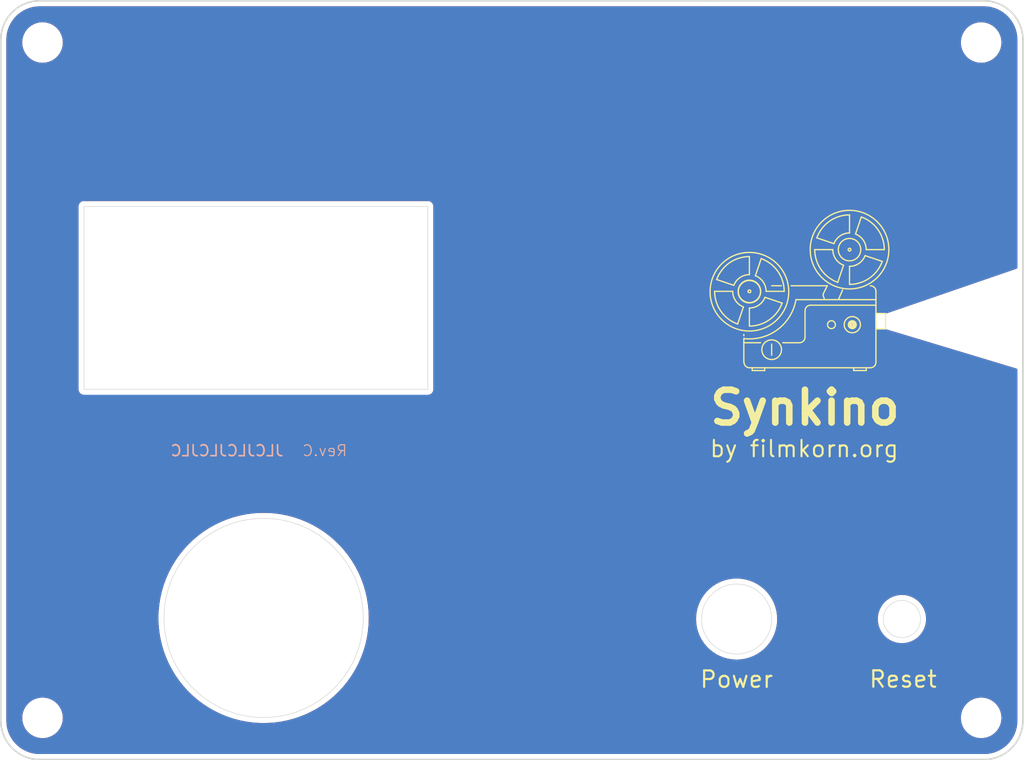
<source format=kicad_pcb>
(kicad_pcb (version 20240108) (generator "pcbnew") (generator_version "8.0")
  (layers (0 "F.Cu" signal) (31 "B.Cu" signal) (34 "B.Paste" user) (35 "F.Paste" user) (36 "B.SilkS" user "B.Silkscreen") (37 "F.SilkS" user "F.Silkscreen") (38 "B.Mask" user) (39 "F.Mask" user) (44 "Edge.Cuts" user))
  (net 0 "")
  (footprint "MountingHole:MountingHole_3.2mm_M3" (layer "F.Cu") (at 109.71 61.41)
    (property "Reference" "REFe" (hide yes))
    (property "Value" "MountingHole_3.2mm_M3" (hide yes))
    (pad "" np_thru_hole circle (at 0 0) (size 3.2 3.2) (drill 3.2) (layers "F&B.Cu" "*.Mask"))
  )
  (footprint "MountingHole:MountingHole_3.2mm_M3" (layer "F.Cu") (at 195.435 123.132)
    (property "Reference" "REFe" (hide yes))
    (property "Value" "MountingHole_3.2mm_M3" (hide yes))
    (pad "" np_thru_hole circle (at 0 0) (size 3.2 3.2) (drill 3.2) (layers "F&B.Cu" "*.Mask"))
  )
  (footprint "MountingHole:MountingHole_3.2mm_M3" (layer "F.Cu") (at 195.435 61.41)
    (property "Reference" "REFe" (hide yes))
    (property "Value" "MountingHole_3.2mm_M3" (hide yes))
    (pad "" np_thru_hole circle (at 0 0) (size 3.2 3.2) (drill 3.2) (layers "F&B.Cu" "*.Mask"))
  )
  (footprint "MountingHole:MountingHole_3.2mm_M3" (layer "F.Cu") (at 109.71 123.132)
    (property "Reference" "REFe" (hide yes))
    (property "Value" "MountingHole_3.2mm_M3" (hide yes))
    (pad "" np_thru_hole circle (at 0 0) (size 3.2 3.2) (drill 3.2) (layers "F&B.Cu" "*.Mask"))
  )
  (gr_line (start 177.18979 83.64179) (end 176.30079 83.64179) (stroke (width 0.12)) (layer "F.SilkS"))
  (gr_line (start 175.691209 84.696874) (end 177.256108 85.225224) (stroke (width 0.12)) (layer "F.SilkS"))
  (gr_arc (start 175.344224 81.162472) (mid 176.866398 82.324122) (end 177.44379 84.14979) (stroke (width 0.12)) (layer "F.SilkS"))
  (gr_line (start 171.09379 84.14979) (end 172.74479 84.14979) (stroke (width 0.12)) (layer "F.SilkS"))
  (gr_line (start 175.344224 81.162472) (end 174.815874 82.727371) (stroke (width 0.12)) (layer "F.SilkS"))
  (gr_line (start 186.7 86.18179) (end 186.7 87.57879) (stroke (width 0.12)) (layer "F.SilkS"))
  (gr_line (start 173.721706 85.572209) (end 173.193356 87.137108) (stroke (width 0.12)) (layer "F.SilkS"))
  (gr_line (start 182.865706 81.762209) (end 182.337356 83.327108) (stroke (width 0.12)) (layer "F.SilkS"))
  (gr_arc (start 173.721706 85.572209) (mid 173.012539 85.012582) (end 172.74479 84.14979) (stroke (width 0.12)) (layer "F.SilkS"))
  (gr_line (start 176.30079 88.97579) (end 176.30079 89.99179) (stroke (width 0.12)) (layer "F.SilkS"))
  (gr_arc (start 177.256108 85.225224) (mid 176.094458 86.747398) (end 174.26879 87.32479) (stroke (width 0.12)) (layer "F.SilkS"))
  (gr_line (start 174.26879 80.97479) (end 174.26879 82.62579) (stroke (width 0.12)) (layer "F.SilkS"))
  (gr_circle (center 174.26879 84.14979) (end 174.77679 85.03879) (stroke (width 0.12)) (fill none) (layer "F.SilkS"))
  (gr_line (start 181.38079 83.64179) (end 180.99979 84.40379) (stroke (width 0.12)) (layer "F.SilkS"))
  (gr_line (start 175.66579 91.38879) (end 174.52279 91.38879) (stroke (width 0.12)) (layer "F.SilkS"))
  (gr_arc (start 184.488224 77.352472) (mid 186.010398 78.514122) (end 186.58779 80.33979) (stroke (width 0.12)) (layer "F.SilkS"))
  (gr_arc (start 179.34879 85.92779) (mid 179.49758 85.56858) (end 179.85679 85.41979) (stroke (width 0.12)) (layer "F.SilkS"))
  (gr_line (start 175.28479 88.84879) (end 173.76079 88.84879) (stroke (width 0.12)) (layer "F.SilkS"))
  (gr_circle (center 183.66679 87.19779) (end 184.04779 87.83279) (stroke (width 0.12)) (fill none) (layer "F.SilkS"))
  (gr_line (start 179.34879 85.92779) (end 179.34879 88.34079) (stroke (width 0.12)) (layer "F.SilkS"))
  (gr_line (start 184.835209 80.886874) (end 186.400108 81.415224) (stroke (width 0.12)) (layer "F.SilkS"))
  (gr_line (start 185.82579 85.41979) (end 179.85679 85.41979) (stroke (width 0.12)) (layer "F.SilkS"))
  (gr_line (start 178.84079 88.84879) (end 177.31679 88.84879) (stroke (width 0.12)) (layer "F.SilkS"))
  (gr_arc (start 183.959874 78.917371) (mid 184.669041 79.476998) (end 184.93679 80.33979) (stroke (width 0.12)) (layer "F.SilkS"))
  (gr_arc (start 181.990371 79.792706) (mid 182.549998 79.083539) (end 183.41279 78.81579) (stroke (width 0.12)) (layer "F.SilkS"))
  (gr_circle (center 174.26879 84.14979) (end 174.39579 84.14979) (stroke (width 0.12)) (fill none) (layer "F.SilkS"))
  (gr_line (start 184.488224 77.352472) (end 183.959874 78.917371) (stroke (width 0.12)) (layer "F.SilkS"))
  (gr_line (start 175.79279 84.14979) (end 177.44379 84.14979) (stroke (width 0.12)) (layer "F.SilkS"))
  (gr_line (start 185.82579 84.91179) (end 178.58679 84.91179) (stroke (width 0.12)) (layer "F.SilkS"))
  (gr_arc (start 175.691209 84.696874) (mid 175.131582 85.406041) (end 174.26879 85.67379) (stroke (width 0.12)) (layer "F.SilkS"))
  (gr_line (start 180.23779 80.33979) (end 181.88879 80.33979) (stroke (width 0.12)) (layer "F.SilkS"))
  (gr_circle (center 183.66679 87.19779) (end 183.79379 87.32479) (stroke (width 0.12)) (fill none) (layer "F.SilkS"))
  (gr_line (start 183.41279 77.16479) (end 183.41279 78.81579) (stroke (width 0.12)) (layer "F.SilkS"))
  (gr_line (start 180.425472 79.264356) (end 181.990371 79.792706) (stroke (width 0.12)) (layer "F.SilkS"))
  (gr_line (start 184.93679 91.38879) (end 183.79379 91.38879) (stroke (width 0.12)) (layer "F.SilkS"))
  (gr_arc (start 179.34879 88.34079) (mid 179.2 88.7) (end 178.84079 88.84879) (stroke (width 0.12)) (layer "F.SilkS"))
  (gr_arc (start 186.400108 81.415224) (mid 185.238458 82.937398) (end 183.41279 83.51479) (stroke (width 0.12)) (layer "F.SilkS"))
  (gr_arc (start 185.82579 90.62679) (mid 185.677 90.986) (end 185.31779 91.13479) (stroke (width 0.12)) (layer "F.SilkS"))
  (gr_arc (start 184.835209 80.886874) (mid 184.275582 81.596041) (end 183.41279 81.86379) (stroke (width 0.12)) (layer "F.SilkS"))
  (gr_line (start 184.93679 80.33979) (end 186.58779 80.33979) (stroke (width 0.12)) (layer "F.SilkS"))
  (gr_line (start 175.66579 91.13479) (end 175.66579 91.38879) (stroke (width 0.12)) (layer "F.SilkS"))
  (gr_circle (center 183.41279 80.33979) (end 183.92079 81.22879) (stroke (width 0.12)) (fill none) (layer "F.SilkS"))
  (gr_line (start 183.79379 91.38879) (end 183.79379 91.13479) (stroke (width 0.12)) (layer "F.SilkS"))
  (gr_arc (start 181.10838 84.795836) (mid 181.027439 84.607194) (end 180.99979 84.40379) (stroke (width 0.12)) (layer "F.SilkS"))
  (gr_line (start 185.82579 84.14979) (end 185.82579 90.62679) (stroke (width 0.12)) (layer "F.SilkS"))
  (gr_line (start 183.66679 87.19779) (end 183.66679 87.19779) (stroke (width 0.12)) (layer "F.SilkS"))
  (gr_line (start 178.07879 83.64179) (end 181.38079 83.64179) (stroke (width 0.12)) (layer "F.SilkS"))
  (gr_line (start 173.76079 88.21379) (end 173.76079 88.08679) (stroke (width 0.12)) (layer "F.SilkS"))
  (gr_arc (start 174.815874 82.727371) (mid 175.525041 83.286998) (end 175.79279 84.14979) (stroke (width 0.12)) (layer "F.SilkS"))
  (gr_circle (center 183.41279 80.33979) (end 185.95279 82.87979) (stroke (width 0.12)) (fill none) (layer "F.SilkS"))
  (gr_circle (center 183.66679 87.19779) (end 183.92079 87.45179) (stroke (width 0.12)) (fill none) (layer "F.SilkS"))
  (gr_arc (start 185.31779 83.64179) (mid 185.677 83.79058) (end 185.82579 84.14979) (stroke (width 0.12)) (layer "F.SilkS"))
  (gr_line (start 186.7 87.57879) (end 185.82579 87.57879) (stroke (width 0.12)) (layer "F.SilkS"))
  (gr_arc (start 178.520185 84.905861) (mid 176.852408 87.638083) (end 173.76079 88.46779) (stroke (width 0.12)) (layer "F.SilkS"))
  (gr_line (start 185.82579 86.18179) (end 186.7 86.18179) (stroke (width 0.12)) (layer "F.SilkS"))
  (gr_line (start 182.77779 84.02279) (end 182.39679 84.91179) (stroke (width 0.12)) (layer "F.SilkS"))
  (gr_arc (start 173.193356 87.137108) (mid 171.671182 85.975458) (end 171.09379 84.14979) (stroke (width 0.12)) (layer "F.SilkS"))
  (gr_arc (start 171.281472 83.074356) (mid 172.443122 81.552182) (end 174.26879 80.97479) (stroke (width 0.12)) (layer "F.SilkS"))
  (gr_arc (start 180.425472 79.264356) (mid 181.587122 77.742182) (end 183.41279 77.16479) (stroke (width 0.12)) (layer "F.SilkS"))
  (gr_circle (center 176.30079 89.48379) (end 176.93579 90.11879) (stroke (width 0.12)) (fill none) (layer "F.SilkS"))
  (gr_circle (center 183.66679 87.19779) (end 183.66679 87.32479) (stroke (width 0.12)) (fill none) (layer "F.SilkS"))
  (gr_line (start 174.52279 91.38879) (end 174.52279 91.13479) (stroke (width 0.12)) (layer "F.SilkS"))
  (gr_circle (center 183.41279 80.33979) (end 183.53979 80.33979) (stroke (width 0.12)) (fill none) (layer "F.SilkS"))
  (gr_circle (center 174.26879 84.185892) (end 176.80879 86.725892) (stroke (width 0.12)) (fill none) (layer "F.SilkS"))
  (gr_circle (center 183.66679 87.19779) (end 183.79379 87.45179) (stroke (width 0.12)) (fill none) (layer "F.SilkS"))
  (gr_line (start 183.41279 81.86379) (end 183.41279 83.51479) (stroke (width 0.12)) (layer "F.SilkS"))
  (gr_line (start 171.281472 83.074356) (end 172.846371 83.602706) (stroke (width 0.12)) (layer "F.SilkS"))
  (gr_line (start 173.76079 90.62679) (end 173.76079 88.46779) (stroke (width 0.12)) (layer "F.SilkS"))
  (gr_circle (center 174.26879 84.185892) (end 174.77679 85.074892) (stroke (width 0.12)) (fill none) (layer "F.SilkS"))
  (gr_line (start 174.26879 85.67379) (end 174.26879 87.32479) (stroke (width 0.12)) (layer "F.SilkS"))
  (gr_line (start 185.31779 91.13479) (end 174.26879 91.13479) (stroke (width 0.12)) (layer "F.SilkS"))
  (gr_circle (center 181.76179 87.19779) (end 182.01579 87.45179) (stroke (width 0.12)) (fill none) (layer "F.SilkS"))
  (gr_arc (start 182.337356 83.327108) (mid 180.815182 82.165458) (end 180.23779 80.33979) (stroke (width 0.12)) (layer "F.SilkS"))
  (gr_line (start 185.82579 86.18179) (end 186.33379 86.18179) (stroke (width 0.12)) (layer "F.SilkS"))
  (gr_arc (start 182.865706 81.762209) (mid 182.156539 81.202582) (end 181.88879 80.33979) (stroke (width 0.12)) (layer "F.SilkS"))
  (gr_arc (start 174.23599 91.13399) (mid 173.90633 90.966078) (end 173.774057 90.620572) (stroke (width 0.12)) (layer "F.SilkS"))
  (gr_arc (start 172.846371 83.602706) (mid 173.405998 82.893539) (end 174.26879 82.62579) (stroke (width 0.12)) (layer "F.SilkS"))
  (gr_line (start 184.93679 91.13479) (end 184.93679 91.38879) (stroke (width 0.12)) (layer "F.SilkS"))
  (gr_line (start 193.149 126.942) (end 195.689 126.942) (stroke (width 0.15)) (layer "Edge.Cuts"))
  (gr_arc (start 195.689 57.6) (mid 198.203472 58.641528) (end 199.245 61.156) (stroke (width 0.15)) (layer "Edge.Cuts"))
  (gr_line (start 105.9 61.156) (end 105.9 123.386) (stroke (width 0.15)) (layer "Edge.Cuts"))
  (gr_arc (start 109.456 126.942) (mid 106.941528 125.900472) (end 105.9 123.386) (stroke (width 0.15)) (layer "Edge.Cuts"))
  (gr_line (start 170.543 57.6) (end 195.689 57.6) (stroke (width 0.15)) (layer "Edge.Cuts"))
  (gr_line (start 170.543 57.6) (end 114.409 57.6) (stroke (width 0.15)) (layer "Edge.Cuts"))
  (gr_line (start 109.456 57.6) (end 114.409 57.6) (stroke (width 0.15)) (layer "Edge.Cuts"))
  (gr_line (start 111.996 126.942) (end 190.355 126.942) (stroke (width 0.15)) (layer "Edge.Cuts"))
  (gr_rect (start 113.5 76.4) (end 144.9 93.1) (stroke (width 0.05)) (fill none) (layer "Edge.Cuts"))
  (gr_line (start 199.245 61.156) (end 199.245 123.386) (stroke (width 0.15)) (layer "Edge.Cuts"))
  (gr_circle (center 173.1 114.1) (end 176.3 114.1) (stroke (width 0.05)) (fill none) (layer "Edge.Cuts"))
  (gr_line (start 190.355 126.942) (end 193.149 126.942) (stroke (width 0.15)) (layer "Edge.Cuts"))
  (gr_circle (center 129.9 114) (end 139 114) (stroke (width 0.05)) (fill none) (layer "Edge.Cuts"))
  (gr_line (start 109.456 126.942) (end 111.996 126.942) (stroke (width 0.15)) (layer "Edge.Cuts"))
  (gr_arc (start 105.9 61.156) (mid 106.941528 58.641528) (end 109.456 57.6) (stroke (width 0.15)) (layer "Edge.Cuts"))
  (gr_circle (center 188.2 114.1) (end 189.9 114.1) (stroke (width 0.05)) (fill none) (layer "Edge.Cuts"))
  (gr_arc (start 199.245 123.386) (mid 198.203472 125.900472) (end 195.689 126.942) (stroke (width 0.15)) (layer "Edge.Cuts"))
  (gr_text "Rev.C" (at 137.6 99.3 0) (layer "B.SilkS") (effects (font (size 1 1) (thickness 0.1)) (justify left bottom mirror)))
  (gr_text "JLCJLCJLCJLC" (at 131.8 99.3 0) (layer "B.SilkS") (effects (font (size 1 1)) (justify left bottom mirror)))
  (gr_text "Synkino" (at 170.376688 96.54079 0) (layer "F.SilkS") (effects (font (size 3 3) (thickness 0.6)) (justify left bottom)))
  (gr_text "Power" (at 173.1 119.611025 0) (layer "F.SilkS") (effects (font (size 1.5 1.5) (thickness 0.2))))
  (gr_text "Reset" (at 188.3 119.6 0) (layer "F.SilkS") (effects (font (size 1.5 1.5) (thickness 0.2))))
  (gr_text "by filmkorn.org" (at 179.276688 98.54079 0) (layer "F.SilkS") (effects (font (size 1.5 1.5) (thickness 0.1875))))
  (zone (net 0) (net_name "") (layer "F.Cu") (connect_pads (clearance 0)) (min_thickness 0.254)
    (keepout (tracks not_allowed) (vias not_allowed) (pads allowed) (copperpour not_allowed) (footprints allowed))
    (fill (thermal_gap 0.508) (thermal_bridge_width 0.508))
    (polygon (pts (xy 176.80879 85.16579) (xy 177.18979 85.29279) (xy 177.06279 85.67379) (xy 176.68179 86.18179) (xy 176.30079 86.56279) (xy 175.79279 86.94379) (xy 175.03079 87.19779) (xy 174.26879 87.32479) (xy 174.26879 86.18179) (xy 175.03079 86.05479) (xy 175.53879 85.80079) (xy 175.91979 85.41979) (xy 176.17379 84.91179)))
  )
  (zone (net 0) (net_name "") (layer "F.Cu") (connect_pads (clearance 0.25)) (min_thickness 0.25) (fill yes (thermal_gap 0.508) (thermal_bridge_width 0.508))
    (polygon (pts (xy 199.32 57.6) (xy 199.32 126.434) (xy 105.975 126.434) (xy 105.975 57.6)))
  )
  (zone (net 0) (net_name "") (layer "F.Cu") (connect_pads (clearance 0)) (min_thickness 0.254)
    (keepout (tracks not_allowed) (vias not_allowed) (pads allowed) (copperpour not_allowed) (footprints allowed))
    (fill (thermal_gap 0.508) (thermal_bridge_width 0.508))
    (polygon (pts (xy 177.44379 84.14979) (xy 176.30079 84.14979) (xy 176.30079 83.64179) (xy 177.44379 83.64179)))
  )
  (zone (net 0) (net_name "") (layer "F.Cu") (connect_pads (clearance 0)) (min_thickness 0.254)
    (keepout (tracks not_allowed) (vias not_allowed) (pads allowed) (copperpour not_allowed) (footprints allowed))
    (fill (thermal_gap 0.508) (thermal_bridge_width 0.508))
    (polygon (pts (xy 182.65079 83.89579) (xy 183.79379 83.89579) (xy 184.42879 83.76879) (xy 184.93679 83.64179) (xy 185.31779 83.64179) (xy 185.57179 83.76879) (xy 185.82579 84.02279) (xy 185.82579 86.18179) (xy 185.82579 87.57879) (xy 185.82579 90.75379) (xy 185.69879 91.00779) (xy 185.31779 91.13479) (xy 184.93679 91.13479) (xy 184.93679 91.38879) (xy 183.79379 91.38879) (xy 183.79379 91.13479) (xy 175.79279 91.13479) (xy 175.79279 91.38879) (xy 174.64979 91.38879) (xy 174.64979 91.13479) (xy 174.14179 91.13479) (xy 173.88779 91.00779) (xy 173.76079 90.75379) (xy 173.76079 87.83279) (xy 174.64979 87.83279) (xy 175.28479 87.70579) (xy 176.04679 87.32479) (xy 176.80879 86.81679) (xy 177.18979 86.30879) (xy 177.57079 85.67379) (xy 177.82479 84.91179) (xy 177.95179 84.14979) (xy 177.95179 83.64179) (xy 182.01579 83.64179)))
  )
  (zone (net 0) (net_name "") (layers "F&B.Cu" "B.Mask") (connect_pads (clearance 0)) (min_thickness 0.25)
    (keepout (tracks not_allowed) (vias not_allowed) (pads not_allowed) (copperpour not_allowed) (footprints allowed))
    (fill (thermal_gap 0.5) (thermal_bridge_width 0.5))
    (polygon (pts (xy 186.7 86.2) (xy 199.2 81.9) (xy 199.3 91.4) (xy 186.7 87.6)))
  )
  (zone (net 0) (net_name "") (layers "F&B.Cu" "*.Mask") (connect_pads (clearance 0)) (min_thickness 0.25)
    (keepout (tracks not_allowed) (vias not_allowed) (pads not_allowed) (copperpour not_allowed) (footprints allowed))
    (fill (thermal_gap 0.5) (thermal_bridge_width 0.5))
    (polygon (pts (xy 185.8 86.2) (xy 186.7 86.2) (xy 186.7 87.6) (xy 185.8 87.6)))
  )
  (zone (net 0) (net_name "") (layer "B.Cu") (connect_pads (clearance 0.25)) (min_thickness 0.25) (fill yes (thermal_gap 0.508) (thermal_bridge_width 0.508) (island_removal_mode 1) (island_area_min 10))
    (polygon (pts (xy 199.345 57.6) (xy 199.345 126.434) (xy 106 126.434) (xy 106 57.6)))
  )
)
</source>
